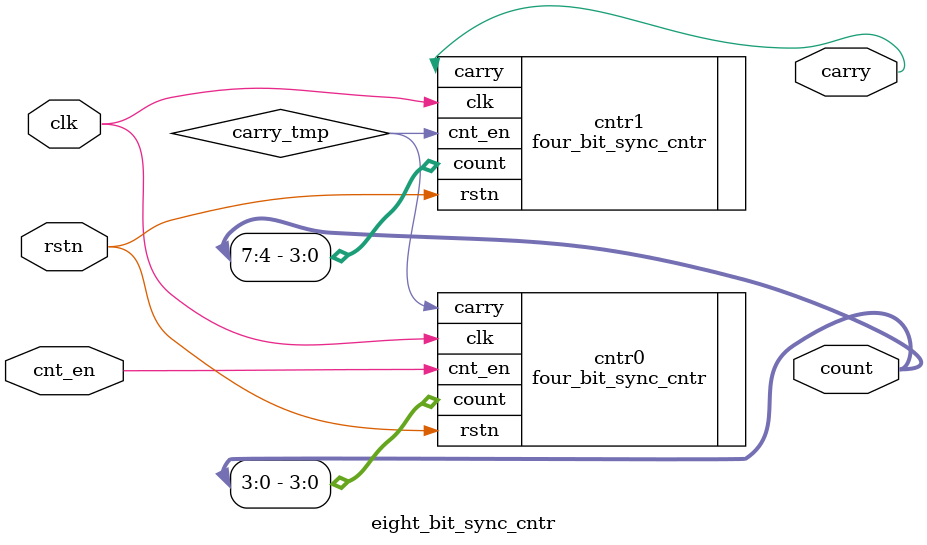
<source format=v>
module eight_bit_sync_cntr (
    input rstn, clk, cnt_en,
    output [7:0] count,
    output carry
);
    wire carry_tmp;

    four_bit_sync_cntr cntr0 (
        .rstn (rstn),
        .clk (clk),
        .cnt_en (cnt_en),
        .count (count[3:0]),
        .carry (carry_tmp)
    );

    four_bit_sync_cntr cntr1 (
        .rstn (rstn),
        .clk (clk),
        .cnt_en (carry_tmp),
        .count (count[7:4]),
        .carry (carry)
    );
endmodule

</source>
